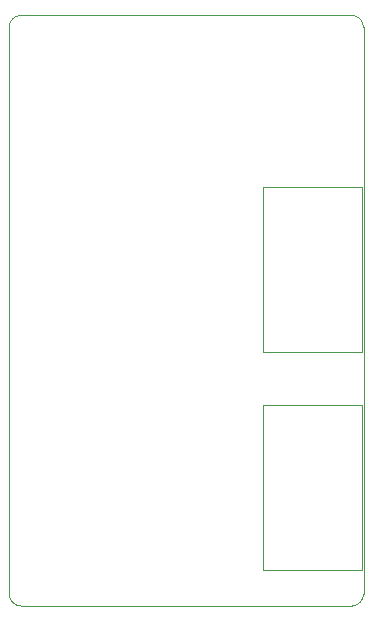
<source format=gbr>
G04 #@! TF.GenerationSoftware,KiCad,Pcbnew,(5.1.0)-1*
G04 #@! TF.CreationDate,2020-04-02T13:59:08+01:00*
G04 #@! TF.ProjectId,Camera Adapter,43616d65-7261-4204-9164-61707465722e,rev?*
G04 #@! TF.SameCoordinates,Original*
G04 #@! TF.FileFunction,Profile,NP*
%FSLAX46Y46*%
G04 Gerber Fmt 4.6, Leading zero omitted, Abs format (unit mm)*
G04 Created by KiCad (PCBNEW (5.1.0)-1) date 2020-04-02 13:59:08*
%MOMM*%
%LPD*%
G04 APERTURE LIST*
%ADD10C,0.050000*%
%ADD11C,0.001000*%
G04 APERTURE END LIST*
D10*
X77000000Y-77000000D02*
X77000000Y-29000000D01*
X48000000Y-78000000D02*
G75*
G02X47000000Y-77000000I0J1000000D01*
G01*
X77000000Y-77000000D02*
G75*
G02X76000000Y-78000000I-1000000J0D01*
G01*
X76000000Y-28000000D02*
G75*
G02X77000000Y-29000000I0J-1000000D01*
G01*
X47000000Y-29000000D02*
G75*
G02X48000000Y-28000000I1000000J0D01*
G01*
X47000000Y-77000000D02*
X47000000Y-29000000D01*
X76000000Y-78000000D02*
X48000000Y-78000000D01*
X48000000Y-28000000D02*
X76000000Y-28000000D01*
D11*
X68500000Y-56500000D02*
X68500000Y-42500000D01*
X68500000Y-42500000D02*
X76900000Y-42500000D01*
X68500000Y-56500000D02*
X76900000Y-56500000D01*
X76900000Y-56500000D02*
X76900000Y-42500000D01*
X76900000Y-75000000D02*
X76900000Y-61000000D01*
X68500000Y-75000000D02*
X76900000Y-75000000D01*
X68500000Y-61000000D02*
X76900000Y-61000000D01*
X68500000Y-75000000D02*
X68500000Y-61000000D01*
M02*

</source>
